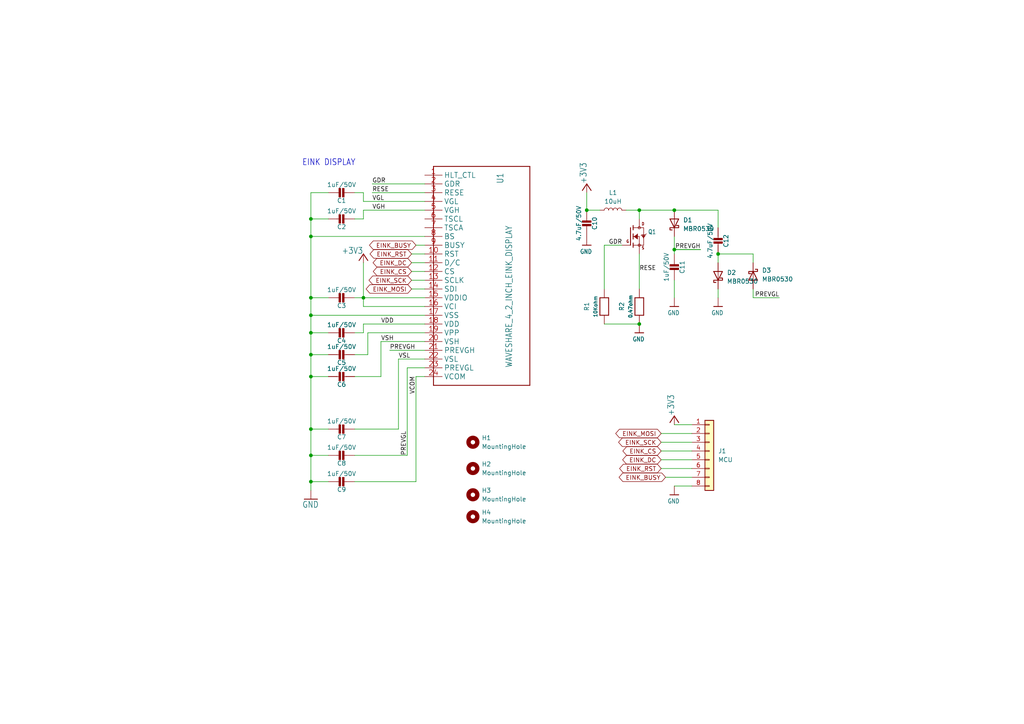
<source format=kicad_sch>
(kicad_sch (version 20250114) (generator "eeschema") (generator_version "9.0")
  (paper "A4")
  (lib_symbols
    (symbol "Connector_Generic:Conn_01x08" (pin_names (offset 1.016) (hide yes))
      (property "Reference" "J" (at 0 10.16 0))
      (property "Value" "Conn_01x08" (at 0 -12.7 0))
      (symbol "Conn_01x08_1_1"
        (rectangle (start -1.27 8.89) (end 1.27 -11.43) (stroke (width 0.254)) (fill (type background)))
        (rectangle (start -1.27 7.747) (end 0 7.493) (stroke (width 0.1524)))
        (rectangle (start -1.27 5.207) (end 0 4.953) (stroke (width 0.1524)))
        (rectangle (start -1.27 2.667) (end 0 2.413) (stroke (width 0.1524)))
        (rectangle (start -1.27 0.127) (end 0 -0.127) (stroke (width 0.1524)))
        (rectangle (start -1.27 -2.413) (end 0 -2.667) (stroke (width 0.1524)))
        (rectangle (start -1.27 -4.953) (end 0 -5.207) (stroke (width 0.1524)))
        (rectangle (start -1.27 -7.493) (end 0 -7.747) (stroke (width 0.1524)))
        (rectangle (start -1.27 -10.033) (end 0 -10.287) (stroke (width 0.1524)))
        (pin passive line (at -5.08 7.62 0) (length 3.81) (name "Pin_1") (number "1"))
        (pin passive line (at -5.08 5.08 0) (length 3.81) (name "Pin_2") (number "2"))
        (pin passive line (at -5.08 2.54 0) (length 3.81) (name "Pin_3") (number "3"))
        (pin passive line (at -5.08 0 0) (length 3.81) (name "Pin_4") (number "4"))
        (pin passive line (at -5.08 -2.54 0) (length 3.81) (name "Pin_5") (number "5"))
        (pin passive line (at -5.08 -5.08 0) (length 3.81) (name "Pin_6") (number "6"))
        (pin passive line (at -5.08 -7.62 0) (length 3.81) (name "Pin_7") (number "7"))
        (pin passive line (at -5.08 -10.16 0) (length 3.81) (name "Pin_8") (number "8"))
      )
    )
    (symbol "Device:D_Schottky" (pin_numbers (hide yes)) (pin_names (offset 1.016) (hide yes))
      (property "Reference" "D" (at 0 2.54 0))
      (property "Value" "D_Schottky" (at 0 -2.54 0))
      (symbol "D_Schottky_0_1"
        (polyline (pts (xy -1.905 0.635) (xy -1.905 1.27) (xy -1.27 1.27) (xy -1.27 -1.27) (xy -0.635 -1.27) (xy -0.635 -0.635)) (stroke (width 0.254)))
        (polyline (pts (xy 1.27 1.27) (xy 1.27 -1.27) (xy -1.27 0) (xy 1.27 1.27)) (stroke (width 0.254)))
        (polyline (pts (xy 1.27 0) (xy -1.27 0)))
      )
      (symbol "D_Schottky_1_1"
        (pin passive line (at -3.81 0 0) (length 2.54) (name "K") (number "1"))
        (pin passive line (at 3.81 0 180) (length 2.54) (name "A") (number "2"))
      )
    )
    (symbol "Device:L" (pin_numbers (hide yes)) (pin_names (offset 1.016) (hide yes))
      (property "Reference" "L" (at -1.27 0 90))
      (property "Value" "L" (at 1.905 0 90))
      (symbol "L_0_1"
        (arc (start 0 2.54) (mid 0.6323 1.905) (end 0 1.27))
        (arc (start 0 1.27) (mid 0.6323 0.635) (end 0 0))
        (arc (start 0 0) (mid 0.6323 -0.635) (end 0 -1.27))
        (arc (start 0 -1.27) (mid 0.6323 -1.905) (end 0 -2.54))
      )
      (symbol "L_1_1"
        (pin passive line (at 0 3.81 270) (length 1.27) (name "1") (number "1"))
        (pin passive line (at 0 -3.81 90) (length 1.27) (name "2") (number "2"))
      )
    )
    (symbol "Mechanical:MountingHole" (pin_names (offset 1.016)) (in_bom no)
      (property "Reference" "H" (at 0 5.08 0))
      (property "Value" "MountingHole" (at 0 3.175 0))
      (symbol "MountingHole_0_1"
        (circle (center 0 0) (radius 1.27) (stroke (width 1.27)))
      )
    )
    (symbol "the-open-book-eagle-import:My Stuff_WAVESHARE_4_2_INCH_EINK_DISPLAY"
      (symbol "My Stuff_WAVESHARE_4_2_INCH_EINK_DISPLAY_1_0"
        (polyline (pts (xy 0 0) (xy 0 -63.5)) (stroke (width 0.254)))
        (polyline (pts (xy 0 -63.5) (xy 27.94 -63.5)) (stroke (width 0.254)))
        (polyline (pts (xy 27.94 0) (xy 0 0)) (stroke (width 0.254)))
        (polyline (pts (xy 27.94 -63.5) (xy 27.94 0)) (stroke (width 0.254)))
        (pin bidirectional line (at -2.54 -2.54 0) (length 5.08) (name "HLT_CTL") (number "1"))
        (pin bidirectional line (at -2.54 -5.08 0) (length 5.08) (name "GDR") (number "2"))
        (pin bidirectional line (at -2.54 -7.62 0) (length 5.08) (name "RESE") (number "3"))
        (pin bidirectional line (at -2.54 -10.16 0) (length 5.08) (name "VGL") (number "4"))
        (pin bidirectional line (at -2.54 -12.7 0) (length 5.08) (name "VGH") (number "5"))
        (pin bidirectional line (at -2.54 -15.24 0) (length 5.08) (name "TSCL") (number "6"))
        (pin bidirectional line (at -2.54 -17.78 0) (length 5.08) (name "TSCA") (number "7"))
        (pin bidirectional line (at -2.54 -20.32 0) (length 5.08) (name "BS") (number "8"))
        (pin bidirectional line (at -2.54 -22.86 0) (length 5.08) (name "BUSY") (number "9"))
        (pin bidirectional line (at -2.54 -25.4 0) (length 5.08) (name "RST") (number "10"))
        (pin bidirectional line (at -2.54 -27.94 0) (length 5.08) (name "D/C") (number "11"))
        (pin bidirectional line (at -2.54 -30.48 0) (length 5.08) (name "CS") (number "12"))
        (pin bidirectional line (at -2.54 -33.02 0) (length 5.08) (name "SCLK") (number "13"))
        (pin bidirectional line (at -2.54 -35.56 0) (length 5.08) (name "SDI") (number "14"))
        (pin bidirectional line (at -2.54 -38.1 0) (length 5.08) (name "VDDIO") (number "15"))
        (pin bidirectional line (at -2.54 -40.64 0) (length 5.08) (name "VCI") (number "16"))
        (pin bidirectional line (at -2.54 -43.18 0) (length 5.08) (name "VSS") (number "17"))
        (pin bidirectional line (at -2.54 -45.72 0) (length 5.08) (name "VDD") (number "18"))
        (pin bidirectional line (at -2.54 -48.26 0) (length 5.08) (name "VPP") (number "19"))
        (pin bidirectional line (at -2.54 -50.8 0) (length 5.08) (name "VSH") (number "20"))
        (pin bidirectional line (at -2.54 -53.34 0) (length 5.08) (name "PREVGH") (number "21"))
        (pin bidirectional line (at -2.54 -55.88 0) (length 5.08) (name "VSL") (number "22"))
        (pin bidirectional line (at -2.54 -58.42 0) (length 5.08) (name "PREVGL") (number "23"))
        (pin bidirectional line (at -2.54 -60.96 0) (length 5.08) (name "VCOM") (number "24"))
      )
    )
    (symbol "the-open-book-eagle-import:Parts_IRLML2060TRPBF"
      (property "Reference" "Q" (at 5.08 0.635 0))
      (symbol "Parts_IRLML2060TRPBF_1_0"
        (polyline (pts (xy 0 2.54) (xy 0 -2.54)) (stroke (width 0.254)))
        (polyline (pts (xy 0.762 3.175) (xy 0.762 2.54)) (stroke (width 0.254)))
        (polyline (pts (xy 0.762 2.54) (xy 0.762 1.905)) (stroke (width 0.254)))
        (polyline (pts (xy 0.762 2.54) (xy 3.81 2.54)) (stroke (width 0.1524)))
        (polyline (pts (xy 0.762 0.762) (xy 0.762 0)) (stroke (width 0.254)))
        (polyline (pts (xy 0.762 0) (xy 0.762 -0.762)) (stroke (width 0.254)))
        (polyline (pts (xy 0.762 0) (xy 2.54 0)) (stroke (width 0.1524)))
        (polyline (pts (xy 0.762 -1.905) (xy 0.762 -2.54)) (stroke (width 0.254)))
        (polyline (pts (xy 0.762 -2.54) (xy 0.762 -3.175)) (stroke (width 0.254)))
        (polyline (pts (xy 1.016 0) (xy 2.032 -0.762) (xy 2.032 0.762)) (stroke (width 0.1524)) (fill (type outline)))
        (circle (center 2.54 2.54) (radius 0.3592))
        (polyline (pts (xy 2.54 0) (xy 2.54 -2.54)) (stroke (width 0.1524)))
        (polyline (pts (xy 2.54 -2.54) (xy 0.762 -2.54)) (stroke (width 0.1524)))
        (polyline (pts (xy 2.54 -2.54) (xy 3.81 -2.54)) (stroke (width 0.1524)))
        (circle (center 2.54 -2.54) (radius 0.3592))
        (polyline (pts (xy 3.302 0.508) (xy 3.048 0.254)) (stroke (width 0.1524)))
        (polyline (pts (xy 3.81 2.54) (xy 3.81 0.508)) (stroke (width 0.1524)))
        (polyline (pts (xy 3.81 0.508) (xy 3.302 0.508)) (stroke (width 0.1524)))
        (polyline (pts (xy 3.81 0.508) (xy 3.81 -2.54)) (stroke (width 0.1524)))
        (polyline (pts (xy 3.81 -0.508) (xy 3.302 0.254) (xy 4.318 0.254)) (stroke (width 0.1524)) (fill (type outline)))
        (polyline (pts (xy 4.318 0.508) (xy 3.81 0.508)) (stroke (width 0.1524)))
        (polyline (pts (xy 4.572 0.762) (xy 4.318 0.508)) (stroke (width 0.1524)))
        (text "G" (at -1.27 -1.905 0) (effects (font (size 0.8128 0.6908)) (justify left bottom)))
        (text "D" (at 3.175 3.175 0) (effects (font (size 0.8128 0.6908)) (justify left bottom)))
        (text "S" (at 3.175 -3.81 0) (effects (font (size 0.8128 0.6908)) (justify left bottom)))
        (pin bidirectional line (at -2.54 -2.54 0) (length 2.54) (name "G") (number "1"))
        (pin bidirectional line (at 2.54 5.08 270) (length 2.54) (name "D") (number "3"))
        (pin bidirectional line (at 2.54 -5.08 90) (length 2.54) (name "S") (number "2"))
      )
    )
    (symbol "the-open-book-eagle-import:microbuilder_CAP_CERAMIC0805-NOOUTLINE"
      (property "Reference" "C" (at -2.29 1.25 90))
      (symbol "microbuilder_CAP_CERAMIC0805-NOOUTLINE_1_0"
        (rectangle (start -1.27 1.524) (end 1.27 2.032) (fill (type outline)))
        (rectangle (start -1.27 0.508) (end 1.27 1.016) (fill (type outline)))
        (polyline (pts (xy 0 2.54) (xy 0 1.778)) (stroke (width 0.1524)))
        (polyline (pts (xy 0 0.762) (xy 0 0)) (stroke (width 0.1524)))
        (pin passive line (at 0 5.08 270) (length 2.54) (name "1") (number "1"))
        (pin passive line (at 0 -2.54 90) (length 2.54) (name "2") (number "2"))
      )
    )
    (symbol "the-open-book-eagle-import:microbuilder_GND" (power)
      (symbol "microbuilder_GND_1_0"
        (polyline (pts (xy -1.27 0) (xy 1.27 0)) (stroke (width 0.254)))
        (pin power_in line (at 0 2.54 270) (length 2.54) (name "GND") (number "1"))
      )
    )
    (symbol "the-open-book-eagle-import:microbuilder_RESISTOR0805_10MGAP"
      (property "Reference" "R" (at 0 2.54 0))
      (symbol "microbuilder_RESISTOR0805_10MGAP_1_0"
        (polyline (pts (xy -2.54 1.27) (xy 2.54 1.27)) (stroke (width 0.254)))
        (polyline (pts (xy -2.54 -1.27) (xy -2.54 1.27)) (stroke (width 0.254)))
        (polyline (pts (xy 2.54 1.27) (xy 2.54 -1.27)) (stroke (width 0.254)))
        (polyline (pts (xy 2.54 -1.27) (xy -2.54 -1.27)) (stroke (width 0.254)))
        (pin passive line (at -5.08 0 0) (length 2.54) (name "1") (number "1"))
        (pin passive line (at 5.08 0 180) (length 2.54) (name "2") (number "2"))
      )
    )
    (symbol "the-open-book-eagle-import:supply1_371_+3V3" (power)
      (symbol "supply1_371_+3V3_1_0"
        (polyline (pts (xy 0 0) (xy -1.27 -1.905)) (stroke (width 0.254)))
        (polyline (pts (xy 1.27 -1.905) (xy 0 0)) (stroke (width 0.254)))
        (pin power_in line (at 0 -2.54 90) (length 2.54) (name "+3V3") (number "1"))
      )
    )
    (symbol "the-open-book-eagle-import:supply1_371_GND" (power)
      (symbol "supply1_371_GND_1_0"
        (polyline (pts (xy -1.905 0) (xy 1.905 0)) (stroke (width 0.254)))
        (pin power_in line (at 0 2.54 270) (length 2.54) (name "GND") (number "1"))
      )
    )
  )
  (text "EINK DISPLAY" (at 87.63 48.26 0) (effects (font (size 1.778 1.5113)) (justify left bottom)))
  (junction (at 185.42 60.96))
  (junction (at 90.17 68.58))
  (junction (at 185.42 93.98))
  (junction (at 208.28 73.66))
  (junction (at 170.18 60.96))
  (junction (at 90.17 63.5))
  (junction (at 195.58 60.96))
  (junction (at 195.58 72.39))
  (junction (at 90.17 96.52))
  (junction (at 90.17 91.44))
  (junction (at 90.17 132.08))
  (junction (at 90.17 102.87))
  (junction (at 90.17 139.7))
  (junction (at 105.41 86.36))
  (junction (at 90.17 86.36))
  (junction (at 90.17 109.22))
  (junction (at 90.17 124.46))
  (wire (pts (xy 185.42 73.66) (xy 185.42 83.82)) (stroke (width 0.1524)))
  (wire (pts (xy 191.77 130.81) (xy 200.66 130.81)))
  (wire (pts (xy 123.19 71.12) (xy 120.65 71.12)) (stroke (width 0.1524)))
  (wire (pts (xy 105.41 86.36) (xy 123.19 86.36)) (stroke (width 0.1524)))
  (wire (pts (xy 110.49 99.06) (xy 110.49 109.22)) (stroke (width 0.1524)))
  (wire (pts (xy 195.58 73.66) (xy 195.58 72.39)) (stroke (width 0.1524)))
  (wire (pts (xy 123.19 53.34) (xy 107.95 53.34)) (stroke (width 0.1524)))
  (wire (pts (xy 95.25 96.52) (xy 90.17 96.52)) (stroke (width 0.1524)))
  (wire (pts (xy 90.17 139.7) (xy 90.17 142.24)) (stroke (width 0.1524)))
  (wire (pts (xy 195.58 81.28) (xy 195.58 86.36)) (stroke (width 0.1524)))
  (wire (pts (xy 90.17 91.44) (xy 90.17 96.52)) (stroke (width 0.1524)))
  (wire (pts (xy 115.57 104.14) (xy 115.57 124.46)) (stroke (width 0.1524)))
  (wire (pts (xy 123.19 78.74) (xy 119.38 78.74)) (stroke (width 0.1524)))
  (wire (pts (xy 90.17 68.58) (xy 90.17 86.36)) (stroke (width 0.1524)))
  (wire (pts (xy 170.18 55.88) (xy 170.18 60.96)) (stroke (width 0.1524)))
  (wire (pts (xy 123.19 73.66) (xy 119.38 73.66)) (stroke (width 0.1524)))
  (wire (pts (xy 123.19 91.44) (xy 90.17 91.44)) (stroke (width 0.1524)))
  (wire (pts (xy 175.26 71.12) (xy 175.26 83.82)) (stroke (width 0.1524)))
  (wire (pts (xy 175.26 93.98) (xy 185.42 93.98)))
  (wire (pts (xy 195.58 140.97) (xy 200.66 140.97)))
  (wire (pts (xy 105.41 63.5) (xy 102.87 63.5)) (stroke (width 0.1524)))
  (wire (pts (xy 95.25 63.5) (xy 90.17 63.5)) (stroke (width 0.1524)))
  (wire (pts (xy 181.61 60.96) (xy 185.42 60.96)) (stroke (width 0.1524)))
  (wire (pts (xy 120.65 109.22) (xy 123.19 109.22)) (stroke (width 0.1524)))
  (wire (pts (xy 218.44 76.2) (xy 218.44 73.66)) (stroke (width 0.1524)))
  (wire (pts (xy 105.41 93.98) (xy 123.19 93.98)) (stroke (width 0.1524)))
  (wire (pts (xy 208.28 83.82) (xy 208.28 86.36)) (stroke (width 0.1524)))
  (wire (pts (xy 218.44 73.66) (xy 208.28 73.66)) (stroke (width 0.1524)))
  (wire (pts (xy 191.77 128.27) (xy 200.66 128.27)))
  (wire (pts (xy 203.2 72.39) (xy 195.58 72.39)) (stroke (width 0.1524)))
  (wire (pts (xy 90.17 96.52) (xy 90.17 102.87)) (stroke (width 0.1524)))
  (wire (pts (xy 123.19 76.2) (xy 119.38 76.2)) (stroke (width 0.1524)))
  (wire (pts (xy 105.41 60.96) (xy 105.41 63.5)) (stroke (width 0.1524)))
  (wire (pts (xy 95.25 86.36) (xy 90.17 86.36)) (stroke (width 0.1524)))
  (wire (pts (xy 175.26 71.12) (xy 180.34 71.12)) (stroke (width 0.1524)))
  (wire (pts (xy 90.17 109.22) (xy 90.17 124.46)) (stroke (width 0.1524)))
  (wire (pts (xy 203.2 72.39) (xy 195.58 72.39)))
  (wire (pts (xy 102.87 86.36) (xy 105.41 86.36)) (stroke (width 0.1524)))
  (wire (pts (xy 123.19 60.96) (xy 105.41 60.96)) (stroke (width 0.1524)))
  (wire (pts (xy 90.17 109.22) (xy 95.25 109.22)) (stroke (width 0.1524)))
  (wire (pts (xy 90.17 132.08) (xy 90.17 139.7)) (stroke (width 0.1524)))
  (wire (pts (xy 90.17 63.5) (xy 90.17 55.88)) (stroke (width 0.1524)))
  (wire (pts (xy 105.41 55.88) (xy 105.41 58.42)) (stroke (width 0.1524)))
  (wire (pts (xy 195.58 60.96) (xy 208.28 60.96)) (stroke (width 0.1524)))
  (wire (pts (xy 123.19 99.06) (xy 110.49 99.06)) (stroke (width 0.1524)))
  (wire (pts (xy 208.28 76.2) (xy 208.28 73.66)) (stroke (width 0.1524)))
  (wire (pts (xy 118.11 132.08) (xy 118.11 106.68)) (stroke (width 0.1524)))
  (wire (pts (xy 110.49 109.22) (xy 102.87 109.22)) (stroke (width 0.1524)))
  (wire (pts (xy 123.19 104.14) (xy 115.57 104.14)) (stroke (width 0.1524)))
  (wire (pts (xy 120.65 139.7) (xy 120.65 109.22)) (stroke (width 0.1524)))
  (wire (pts (xy 123.19 83.82) (xy 119.38 83.82)) (stroke (width 0.1524)))
  (wire (pts (xy 191.77 135.89) (xy 200.66 135.89)))
  (wire (pts (xy 90.17 102.87) (xy 95.25 102.87)))
  (wire (pts (xy 90.17 139.7) (xy 95.25 139.7)) (stroke (width 0.1524)))
  (wire (pts (xy 185.42 60.96) (xy 195.58 60.96)) (stroke (width 0.1524)))
  (wire (pts (xy 105.41 86.36) (xy 105.41 88.9)) (stroke (width 0.1524)))
  (wire (pts (xy 113.03 101.6) (xy 123.19 101.6)) (stroke (width 0.1524)))
  (wire (pts (xy 123.19 96.52) (xy 106.68 96.52)))
  (wire (pts (xy 193.04 138.43) (xy 200.66 138.43)))
  (wire (pts (xy 102.87 96.52) (xy 105.41 96.52)) (stroke (width 0.1524)))
  (wire (pts (xy 170.18 60.96) (xy 173.99 60.96)) (stroke (width 0.1524)))
  (wire (pts (xy 90.17 124.46) (xy 90.17 132.08)) (stroke (width 0.1524)))
  (wire (pts (xy 185.42 63.5) (xy 185.42 60.96)) (stroke (width 0.1524)))
  (wire (pts (xy 226.06 86.36) (xy 218.44 86.36)))
  (wire (pts (xy 123.19 88.9) (xy 105.41 88.9)) (stroke (width 0.1524)))
  (wire (pts (xy 90.17 55.88) (xy 95.25 55.88)) (stroke (width 0.1524)))
  (wire (pts (xy 90.17 124.46) (xy 95.25 124.46)) (stroke (width 0.1524)))
  (wire (pts (xy 102.87 132.08) (xy 118.11 132.08)) (stroke (width 0.1524)))
  (wire (pts (xy 123.19 68.58) (xy 90.17 68.58)) (stroke (width 0.1524)))
  (wire (pts (xy 208.28 60.96) (xy 208.28 66.04)) (stroke (width 0.1524)))
  (wire (pts (xy 195.58 68.58) (xy 195.58 72.39)) (stroke (width 0.1524)))
  (wire (pts (xy 218.44 86.36) (xy 218.44 83.82)))
  (wire (pts (xy 115.57 124.46) (xy 102.87 124.46)) (stroke (width 0.1524)))
  (wire (pts (xy 90.17 86.36) (xy 90.17 91.44)) (stroke (width 0.1524)))
  (wire (pts (xy 90.17 132.08) (xy 95.25 132.08)))
  (wire (pts (xy 105.41 58.42) (xy 123.19 58.42)) (stroke (width 0.1524)))
  (wire (pts (xy 90.17 102.87) (xy 90.17 109.22)) (stroke (width 0.1524)))
  (wire (pts (xy 105.41 96.52) (xy 105.41 93.98)) (stroke (width 0.1524)))
  (wire (pts (xy 118.11 106.68) (xy 123.19 106.68)) (stroke (width 0.1524)))
  (wire (pts (xy 107.95 55.88) (xy 123.19 55.88)) (stroke (width 0.1524)))
  (wire (pts (xy 102.87 139.7) (xy 120.65 139.7)) (stroke (width 0.1524)))
  (wire (pts (xy 106.68 102.87) (xy 102.87 102.87)))
  (wire (pts (xy 123.19 81.28) (xy 119.38 81.28)) (stroke (width 0.1524)))
  (wire (pts (xy 195.58 123.19) (xy 200.66 123.19)))
  (wire (pts (xy 90.17 68.58) (xy 90.17 63.5)) (stroke (width 0.1524)))
  (wire (pts (xy 105.41 76.2) (xy 105.41 86.36)) (stroke (width 0.1524)))
  (wire (pts (xy 191.77 125.73) (xy 200.66 125.73)))
  (wire (pts (xy 102.87 55.88) (xy 105.41 55.88)) (stroke (width 0.1524)))
  (wire (pts (xy 191.77 133.35) (xy 200.66 133.35)))
  (wire (pts (xy 106.68 96.52) (xy 106.68 102.87)))
  (label "GDR" (at 107.95 53.34 0) (effects (font (size 1.2446 1.2446))))
  (label "VDD" (at 110.49 93.98 0) (effects (font (size 1.2446 1.2446))))
  (label "PREVGH" (at 203.2 72.39 180) (effects (font (size 1.2446 1.2446))))
  (label "PREVGH" (at 113.03 101.6 0) (effects (font (size 1.2446 1.2446))))
  (label "VGL" (at 107.95 58.42 0) (effects (font (size 1.2446 1.2446))))
  (label "VSL" (at 115.57 104.14 0) (effects (font (size 1.2446 1.2446))))
  (label "VCOM" (at 120.65 114.3 90) (effects (font (size 1.2446 1.2446))))
  (label "VSH" (at 110.49 99.06 0) (effects (font (size 1.2446 1.2446))))
  (label "RESE" (at 107.95 55.88 0) (effects (font (size 1.2446 1.2446))))
  (label "VGH" (at 107.95 60.96 0) (effects (font (size 1.2446 1.2446))))
  (label "PREVGL" (at 118.11 132.08 90) (effects (font (size 1.2446 1.2446))))
  (label "RESE" (at 185.42 78.74 0) (effects (font (size 1.2446 1.2446))))
  (label "GDR" (at 176.53 71.12 0) (effects (font (size 1.2446 1.2446))))
  (label "PREVGL" (at 226.06 86.36 180) (effects (font (size 1.2446 1.2446))))
  (global_label "EINK_RST" (shape bidirectional) (at 119.38 73.66 180) (effects (font (size 1.2446 1.2446))) (property "Intersheetrefs" "${INTERSHEET_REFS}" (effects (hide yes))))
  (global_label "EINK_RST" (shape bidirectional) (at 191.77 135.89 180) (effects (font (size 1.2446 1.2446))) (property "Intersheetrefs" "${INTERSHEET_REFS}" (effects (hide yes))))
  (global_label "EINK_BUSY" (shape bidirectional) (at 193.04 138.43 180) (effects (font (size 1.2446 1.2446))) (property "Intersheetrefs" "${INTERSHEET_REFS}" (effects (hide yes))))
  (global_label "EINK_MOSI" (shape bidirectional) (at 119.38 83.82 180) (effects (font (size 1.2446 1.2446))) (property "Intersheetrefs" "${INTERSHEET_REFS}" (effects (hide yes))))
  (global_label "EINK_SCK" (shape bidirectional) (at 119.38 81.28 180) (effects (font (size 1.2446 1.2446))) (property "Intersheetrefs" "${INTERSHEET_REFS}" (effects (hide yes))))
  (global_label "EINK_CS" (shape bidirectional) (at 191.77 130.81 180) (effects (font (size 1.2446 1.2446))) (property "Intersheetrefs" "${INTERSHEET_REFS}" (effects (hide yes))))
  (global_label "EINK_SCK" (shape bidirectional) (at 191.77 128.27 180) (effects (font (size 1.2446 1.2446))) (property "Intersheetrefs" "${INTERSHEET_REFS}" (effects (hide yes))))
  (global_label "EINK_DC" (shape bidirectional) (at 191.77 133.35 180) (effects (font (size 1.2446 1.2446))) (property "Intersheetrefs" "${INTERSHEET_REFS}" (effects (hide yes))))
  (global_label "EINK_BUSY" (shape bidirectional) (at 120.65 71.12 180) (effects (font (size 1.2446 1.2446))) (property "Intersheetrefs" "${INTERSHEET_REFS}" (effects (hide yes))))
  (global_label "EINK_CS" (shape bidirectional) (at 119.38 78.74 180) (effects (font (size 1.2446 1.2446))) (property "Intersheetrefs" "${INTERSHEET_REFS}" (effects (hide yes))))
  (global_label "EINK_DC" (shape bidirectional) (at 119.38 76.2 180) (effects (font (size 1.2446 1.2446))) (property "Intersheetrefs" "${INTERSHEET_REFS}" (effects (hide yes))))
  (global_label "EINK_MOSI" (shape bidirectional) (at 191.77 125.73 180) (effects (font (size 1.2446 1.2446))) (property "Intersheetrefs" "${INTERSHEET_REFS}" (effects (hide yes))))
  (symbol (lib_id "Device:D_Schottky") (at 195.58 64.77 90) (unit 1)
    (property "Reference" "D1" (at 198.12 63.8174 90) (effects (justify right)))
    (property "Value" "MBR0530" (at 198.12 66.3574 90) (effects (justify right)))
    (property "Footprint" "Diode_SMD:D_SOD-123" (effects (hide yes)))
    (property "Description" "Schottky diode" (effects (hide yes)))
  )
  (symbol (lib_id "the-open-book-eagle-import:microbuilder_CAP_CERAMIC0805-NOOUTLINE") (at 100.33 109.22 90) (unit 1)
    (property "Reference" "C6" (at 99.08 111.51 90))
    (property "Value" "1uF/50V" (at 99.08 106.92 90))
    (property "Footprint" "Capacitor_SMD:C_0603_1608Metric" (effects (hide yes)))
  )
  (symbol (lib_id "the-open-book-eagle-import:microbuilder_GND") (at 170.18 71.12 0) (mirror y) (unit 1)
    (property "Reference" "#U$01" (effects (hide yes)))
    (property "Value" "GND" (at 171.704 73.66 0) (effects (font (size 1.27 1.0795)) (justify left bottom)))
  )
  (symbol (lib_id "Mechanical:MountingHole") (at 137.16 149.86 0) (unit 1) (in_bom no)
    (property "Reference" "H4" (at 139.7 148.5899 0) (effects (justify left)))
    (property "Value" "MountingHole" (at 139.7 151.1299 0) (effects (justify left)))
    (property "Footprint" "MountingHole:MountingHole_3.2mm_M3_DIN965" (effects (hide yes)))
    (property "Description" "Mounting Hole without connection" (effects (hide yes)))
  )
  (symbol (lib_id "Mechanical:MountingHole") (at 137.16 135.89 0) (unit 1) (in_bom no)
    (property "Reference" "H2" (at 139.7 134.6199 0) (effects (justify left)))
    (property "Value" "MountingHole" (at 139.7 137.1599 0) (effects (justify left)))
    (property "Footprint" "MountingHole:MountingHole_3.2mm_M3_DIN965" (effects (hide yes)))
    (property "Description" "Mounting Hole without connection" (effects (hide yes)))
  )
  (symbol (lib_id "Mechanical:MountingHole") (at 137.16 143.51 0) (unit 1) (in_bom no)
    (property "Reference" "H3" (at 139.7 142.2399 0) (effects (justify left)))
    (property "Value" "MountingHole" (at 139.7 144.7799 0) (effects (justify left)))
    (property "Footprint" "MountingHole:MountingHole_3.2mm_M3_DIN965" (effects (hide yes)))
    (property "Description" "Mounting Hole without connection" (effects (hide yes)))
  )
  (symbol (lib_id "Mechanical:MountingHole") (at 137.16 128.27 0) (unit 1) (in_bom no)
    (property "Reference" "H1" (at 139.7 126.9999 0) (effects (justify left)))
    (property "Value" "MountingHole" (at 139.7 129.5399 0) (effects (justify left)))
    (property "Footprint" "MountingHole:MountingHole_3.2mm_M3_DIN965" (effects (hide yes)))
    (property "Description" "Mounting Hole without connection" (effects (hide yes)))
  )
  (symbol (lib_id "the-open-book-eagle-import:supply1_371_+3V3") (at 195.58 120.65 0) (unit 1)
    (property "Reference" "#+3V03" (effects (hide yes)))
    (property "Value" "+3V3" (at 195.58 120.65 90) (effects (font (size 1.778 1.5113)) (justify left bottom)))
  )
  (symbol (lib_id "the-open-book-eagle-import:microbuilder_GND") (at 195.58 88.9 0) (mirror y) (unit 1)
    (property "Reference" "#U$03" (effects (hide yes)))
    (property "Value" "GND" (at 197.104 91.44 0) (effects (font (size 1.27 1.0795)) (justify left bottom)))
  )
  (symbol (lib_id "the-open-book-eagle-import:microbuilder_RESISTOR0805_10MGAP") (at 175.26 88.9 90) (mirror x) (unit 1)
    (property "Reference" "R1" (at 170.18 88.9 0))
    (property "Value" "10Kohm" (at 172.72 88.9 0) (effects (font (size 1.016 1.016) (thickness 0.2032) (bold yes))))
    (property "Footprint" "Resistor_SMD:R_0603_1608Metric" (effects (hide yes)))
  )
  (symbol (lib_id "the-open-book-eagle-import:microbuilder_GND") (at 208.28 88.9 0) (mirror y) (unit 1)
    (property "Reference" "#U$05" (effects (hide yes)))
    (property "Value" "GND" (at 209.804 91.44 0) (effects (font (size 1.27 1.0795)) (justify left bottom)))
  )
  (symbol (lib_id "the-open-book-eagle-import:microbuilder_CAP_CERAMIC0805-NOOUTLINE") (at 100.33 55.88 90) (unit 1)
    (property "Reference" "C1" (at 99.08 58.17 90))
    (property "Value" "1uF/50V" (at 99.08 53.58 90))
    (property "Footprint" "Capacitor_SMD:C_0603_1608Metric" (effects (hide yes)))
  )
  (symbol (lib_id "the-open-book-eagle-import:My Stuff_WAVESHARE_4_2_INCH_EINK_DISPLAY") (at 125.73 48.26 0) (unit 1)
    (property "Reference" "U1" (at 146.05 53.34 90) (effects (font (size 1.778 1.5113)) (justify left bottom)))
    (property "Value" "WAVESHARE_4_2_INCH_EINK_DISPLAY" (at 148.59 106.68 90) (effects (font (size 1.778 1.5113)) (justify left bottom)))
    (property "Footprint" "SFV24R_4STBE1HLF:AMPHENOL_SFV24R-4STBE1HLF" (effects (hide yes)))
  )
  (symbol (lib_id "the-open-book-eagle-import:microbuilder_CAP_CERAMIC0805-NOOUTLINE") (at 100.33 96.52 90) (unit 1)
    (property "Reference" "C4" (at 99.08 98.81 90))
    (property "Value" "1uF/50V" (at 99.08 94.22 90))
    (property "Footprint" "Capacitor_SMD:C_0603_1608Metric" (effects (hide yes)))
  )
  (symbol (lib_id "the-open-book-eagle-import:microbuilder_CAP_CERAMIC0805-NOOUTLINE") (at 170.18 66.04 0) (mirror y) (unit 1)
    (property "Reference" "C10" (at 172.47 64.79 90))
    (property "Value" "4.7uF/50V" (at 167.88 64.79 90))
    (property "Footprint" "Capacitor_SMD:C_1206_3216Metric" (effects (hide yes)))
  )
  (symbol (lib_id "Device:D_Schottky") (at 208.28 80.01 90) (unit 1)
    (property "Reference" "D2" (at 210.82 79.0574 90) (effects (justify right)))
    (property "Value" "MBR0530" (at 210.82 81.5974 90) (effects (justify right)))
    (property "Footprint" "Diode_SMD:D_SOD-123" (effects (hide yes)))
    (property "Description" "Schottky diode" (effects (hide yes)))
  )
  (symbol (lib_id "the-open-book-eagle-import:microbuilder_CAP_CERAMIC0805-NOOUTLINE") (at 195.58 78.74 0) (mirror y) (unit 1)
    (property "Reference" "C11" (at 197.87 77.49 90))
    (property "Value" "1uF/50V" (at 193.28 77.49 90))
    (property "Footprint" "Capacitor_SMD:C_0603_1608Metric" (effects (hide yes)))
  )
  (symbol (lib_id "the-open-book-eagle-import:microbuilder_CAP_CERAMIC0805-NOOUTLINE") (at 100.33 102.87 90) (unit 1)
    (property "Reference" "C5" (at 99.08 105.16 90))
    (property "Value" "1uF/50V" (at 99.08 100.57 90))
    (property "Footprint" "Capacitor_SMD:C_0603_1608Metric" (effects (hide yes)))
  )
  (symbol (lib_id "the-open-book-eagle-import:supply1_371_+3V3") (at 105.41 73.66 0) (unit 1)
    (property "Reference" "#+3V01" (effects (hide yes)))
    (property "Value" "+3V3" (at 99.06 73.66 0) (effects (font (size 1.778 1.5113)) (justify left bottom)))
  )
  (symbol (lib_id "the-open-book-eagle-import:microbuilder_RESISTOR0805_10MGAP") (at 185.42 88.9 90) (mirror x) (unit 1)
    (property "Reference" "R2" (at 180.34 88.9 0))
    (property "Value" "0.47ohm" (at 182.88 88.9 0) (effects (font (size 1.016 1.016) (thickness 0.2032) (bold yes))))
    (property "Footprint" "Resistor_SMD:R_0603_1608Metric" (effects (hide yes)))
  )
  (symbol (lib_id "Connector_Generic:Conn_01x08") (at 205.74 130.81 0) (unit 1)
    (property "Reference" "J1" (at 208.28 130.8099 0) (effects (justify left)))
    (property "Value" "MCU" (at 208.28 133.3499 0) (effects (justify left)))
    (property "Footprint" "Connector_JST:JST_PH_S8B-PH-SM4-TB_1x08-1MP_P2.00mm_Horizontal" (effects (hide yes)))
    (property "Description" "Generic connector, single row, 01x08, script generated (kicad-library-utils/schlib/autogen/connector/)" (effects (hide yes)))
  )
  (symbol (lib_id "the-open-book-eagle-import:microbuilder_CAP_CERAMIC0805-NOOUTLINE") (at 100.33 86.36 90) (unit 1)
    (property "Reference" "C3" (at 99.08 88.65 90))
    (property "Value" "1uF/50V" (at 99.08 84.06 90))
    (property "Footprint" "Capacitor_SMD:C_0603_1608Metric" (effects (hide yes)))
  )
  (symbol (lib_id "the-open-book-eagle-import:supply1_371_+3V3") (at 170.18 53.34 0) (unit 1)
    (property "Reference" "#+3V02" (effects (hide yes)))
    (property "Value" "+3V3" (at 170.18 53.34 90) (effects (font (size 1.778 1.5113)) (justify left bottom)))
  )
  (symbol (lib_id "the-open-book-eagle-import:microbuilder_CAP_CERAMIC0805-NOOUTLINE") (at 100.33 132.08 90) (unit 1)
    (property "Reference" "C8" (at 99.08 134.37 90))
    (property "Value" "1uF/50V" (at 99.08 129.78 90))
    (property "Footprint" "Capacitor_SMD:C_0603_1608Metric" (effects (hide yes)))
  )
  (symbol (lib_id "the-open-book-eagle-import:Parts_IRLML2060TRPBF") (at 182.88 68.58 0) (unit 1)
    (property "Reference" "Q1" (at 187.96 67.945 0) (effects (font (size 1.27 1.0795)) (justify left bottom)))
    (property "Value" "IRLML0100" (effects (hide yes)))
    (property "Footprint" "Package_TO_SOT_SMD:SOT-23-3" (effects (hide yes)))
  )
  (symbol (lib_id "Device:L") (at 177.8 60.96 90) (unit 1)
    (property "Reference" "L1" (at 177.8 55.88 90))
    (property "Value" "10uH" (at 177.8 58.42 90))
    (property "Footprint" "IFSC1515AHER100M01:IND_IFSC_1515AH_VIS-M" (effects (hide yes)))
    (property "Description" "Inductor" (effects (hide yes)))
  )
  (symbol (lib_id "the-open-book-eagle-import:microbuilder_CAP_CERAMIC0805-NOOUTLINE") (at 100.33 124.46 90) (unit 1)
    (property "Reference" "C7" (at 99.08 126.75 90))
    (property "Value" "1uF/50V" (at 99.08 122.16 90))
    (property "Footprint" "Capacitor_SMD:C_0603_1608Metric" (effects (hide yes)))
  )
  (symbol (lib_id "the-open-book-eagle-import:microbuilder_GND") (at 185.42 96.52 0) (mirror y) (unit 1)
    (property "Reference" "#U$02" (effects (hide yes)))
    (property "Value" "GND" (at 186.944 99.06 0) (effects (font (size 1.27 1.0795)) (justify left bottom)))
  )
  (symbol (lib_id "the-open-book-eagle-import:microbuilder_GND") (at 195.58 143.51 0) (mirror y) (unit 1)
    (property "Reference" "#U$04" (effects (hide yes)))
    (property "Value" "GND" (at 197.104 146.05 0) (effects (font (size 1.27 1.0795)) (justify left bottom)))
  )
  (symbol (lib_id "Device:D_Schottky") (at 218.44 80.01 270) (unit 1)
    (property "Reference" "D3" (at 220.98 78.4224 90) (effects (justify left)))
    (property "Value" "MBR0530" (at 220.98 80.9624 90) (effects (justify left)))
    (property "Footprint" "Diode_SMD:D_SOD-123" (effects (hide yes)))
    (property "Description" "Schottky diode" (effects (hide yes)))
  )
  (symbol (lib_id "the-open-book-eagle-import:supply1_371_GND") (at 90.17 144.78 0) (unit 1)
    (property "Reference" "#GND01" (effects (hide yes)))
    (property "Value" "GND" (at 87.63 147.32 0) (effects (font (size 1.778 1.5113)) (justify left bottom)))
  )
  (symbol (lib_id "the-open-book-eagle-import:microbuilder_CAP_CERAMIC0805-NOOUTLINE") (at 208.28 71.12 0) (mirror y) (unit 1)
    (property "Reference" "C12" (at 210.57 69.87 90))
    (property "Value" "4.7uF/50V" (at 205.98 69.87 90))
    (property "Footprint" "Capacitor_SMD:C_1206_3216Metric" (effects (hide yes)))
  )
  (symbol (lib_id "the-open-book-eagle-import:microbuilder_CAP_CERAMIC0805-NOOUTLINE") (at 100.33 63.5 90) (unit 1)
    (property "Reference" "C2" (at 99.08 65.79 90))
    (property "Value" "1uF/50V" (at 99.08 61.2 90))
    (property "Footprint" "Capacitor_SMD:C_0603_1608Metric" (effects (hide yes)))
  )
  (symbol (lib_id "the-open-book-eagle-import:microbuilder_CAP_CERAMIC0805-NOOUTLINE") (at 100.33 139.7 90) (unit 1)
    (property "Reference" "C9" (at 99.08 141.99 90))
    (property "Value" "1uF/50V" (at 99.08 137.4 90))
    (property "Footprint" "Capacitor_SMD:C_0603_1608Metric" (effects (hide yes)))
  )
)
</source>
